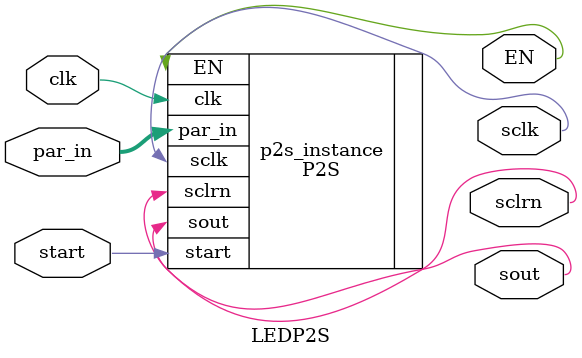
<source format=v>
module LEDP2S(
    input clk,
    input start,
    input [15:0] par_in,
    output sclk,
    output sclrn,
    output sout,
    output EN
);

P2S #(
    .BIT_WIDTH(16) 
) p2s_instance (
    .clk(clk),
    .start(start),
    .par_in(par_in),
    .sclk(sclk),
    .sclrn(sclrn),
    .sout(sout),
    .EN(EN)
);

endmodule

</source>
